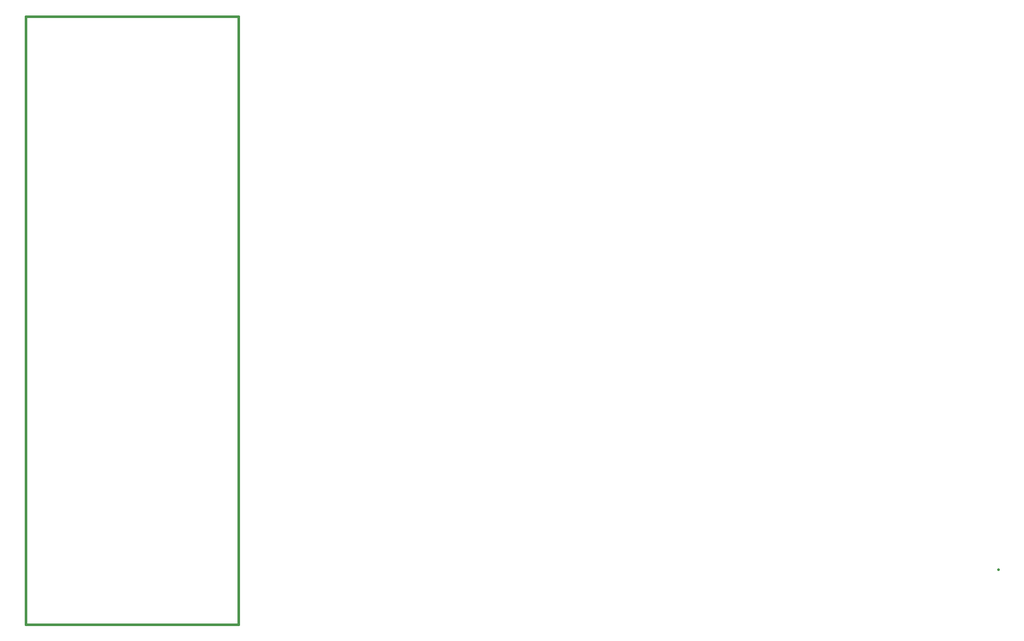
<source format=gm1>
G04 #@! TF.FileFunction,Profile,NP*
%FSLAX46Y46*%
G04 Gerber Fmt 4.6, Leading zero omitted, Abs format (unit mm)*
G04 Created by KiCad (PCBNEW 4.0.4+e1-6308~48~ubuntu15.10.1-stable) date Tue Aug  8 09:27:19 2017*
%MOMM*%
%LPD*%
G01*
G04 APERTURE LIST*
%ADD10C,0.150000*%
%ADD11C,0.381000*%
G04 APERTURE END LIST*
D10*
D11*
X62941200Y-45720000D02*
X97941200Y-45720000D01*
X62941200Y-145694400D02*
X62941200Y-45720000D01*
X97941200Y-145694400D02*
X62941200Y-145694400D01*
X97941200Y-45669200D02*
X97941200Y-145694400D01*
X222859600Y-136639300D02*
X222859600Y-136626600D01*
M02*

</source>
